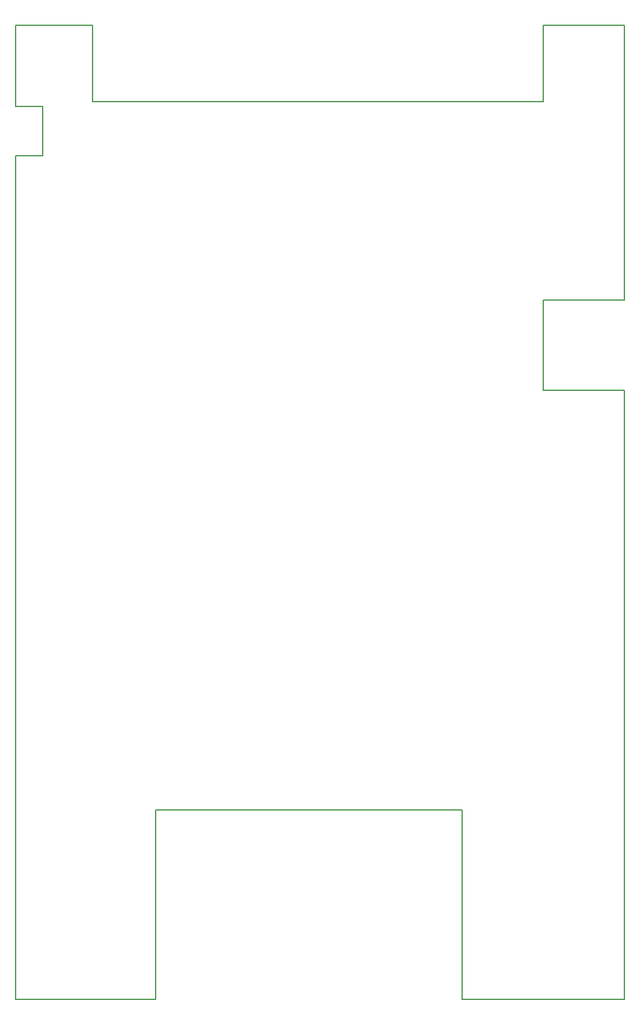
<source format=gm1>
G04 #@! TF.FileFunction,Profile,NP*
%FSLAX46Y46*%
G04 Gerber Fmt 4.6, Leading zero omitted, Abs format (unit mm)*
G04 Created by KiCad (PCBNEW 4.0.2+e4-6225~38~ubuntu14.04.1-stable) date mar 10 may 2016 15:30:21 ART*
%MOMM*%
G01*
G04 APERTURE LIST*
%ADD10C,0.100000*%
%ADD11C,0.150000*%
G04 APERTURE END LIST*
D10*
D11*
X77470000Y-43815000D02*
X76200000Y-43815000D01*
X77470000Y-36830000D02*
X77470000Y-43815000D01*
X76200000Y-36830000D02*
X77470000Y-36830000D01*
X73660000Y-43815000D02*
X73660000Y-162560000D01*
X76200000Y-43815000D02*
X73660000Y-43815000D01*
X73660000Y-36830000D02*
X76200000Y-36830000D01*
X73660000Y-26035000D02*
X73660000Y-36830000D01*
X147955000Y-36195000D02*
X84455000Y-36195000D01*
X147955000Y-25400000D02*
X147955000Y-36195000D01*
X149225000Y-25400000D02*
X147955000Y-25400000D01*
X73660000Y-25400000D02*
X73660000Y-26035000D01*
X84455000Y-25400000D02*
X73660000Y-25400000D01*
X84455000Y-36195000D02*
X84455000Y-25400000D01*
X159385000Y-25400000D02*
X149225000Y-25400000D01*
X159385000Y-64135000D02*
X159385000Y-25400000D01*
X147955000Y-64135000D02*
X159385000Y-64135000D01*
X147955000Y-76835000D02*
X147955000Y-64135000D01*
X159385000Y-76835000D02*
X147955000Y-76835000D01*
X159385000Y-162560000D02*
X159385000Y-76835000D01*
X136525000Y-162560000D02*
X159385000Y-162560000D01*
X136525000Y-135890000D02*
X136525000Y-162560000D01*
X93345000Y-135890000D02*
X136525000Y-135890000D01*
X93345000Y-162560000D02*
X93345000Y-135890000D01*
X73660000Y-162560000D02*
X93345000Y-162560000D01*
M02*

</source>
